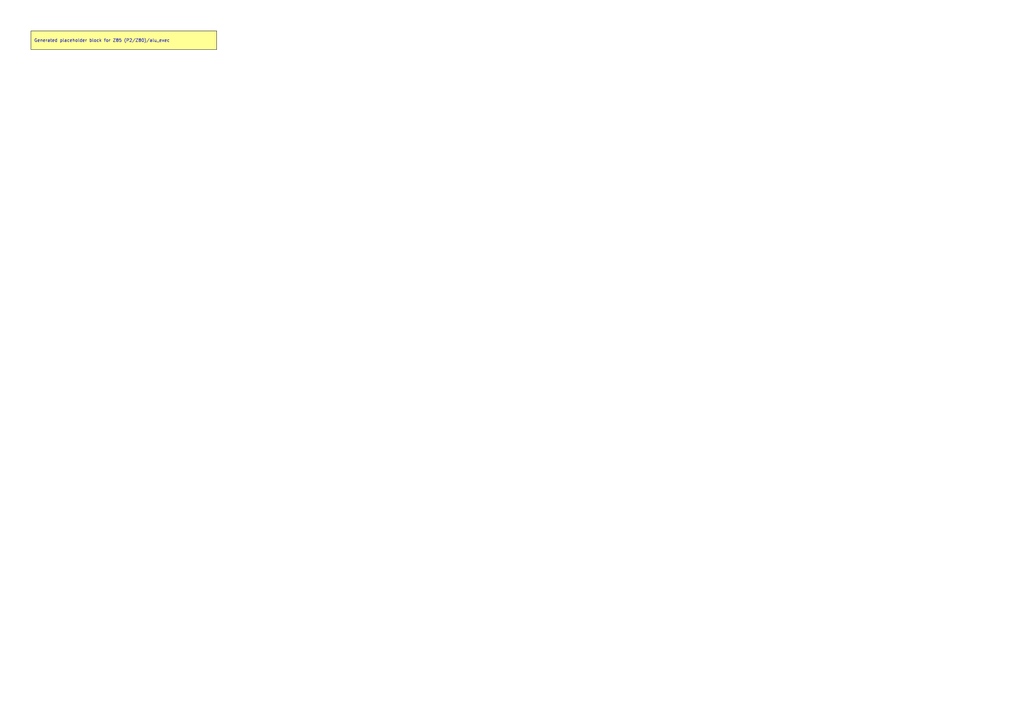
<source format=kicad_sch>
(kicad_sch
	(version 20250114)
	(generator "kicadgen")
	(generator_version "0.2")
	(uuid "f6cdb2cc-595a-5879-9c6e-d02d11d89cbb")
	(paper "A3")
	(title_block
		(title "Z85 (P2/Z80)::alu_exec")
		(company "Project Carbon")
		(comment 1 "Generated - do not edit in generated/")
		(comment 2 "Edit in schem/kicad9/manual/ or refine mapping specs")
	)
	(lib_symbols)
	(text_box
		"Generated placeholder block for Z85 (P2/Z80)/alu_exec"
		(exclude_from_sim no)
		(at
			12.7
			12.7
			0
		)
		(size 76.2 7.62)
		(margins
			1.27
			1.27
			1.27
			1.27
		)
		(stroke
			(width 0)
			(type default)
			(color
				0
				0
				0
				1
			)
		)
		(fill
			(type color)
			(color
				255
				255
				150
				1
			)
		)
		(effects
			(font
				(size 1.27 1.27)
			)
			(justify left)
		)
		(uuid "c382c3cc-0c5c-57c3-95ea-1f5753d8ac91")
	)
	(sheet_instances
		(path
			"/"
			(page "1")
		)
	)
	(embedded_fonts no)
)

</source>
